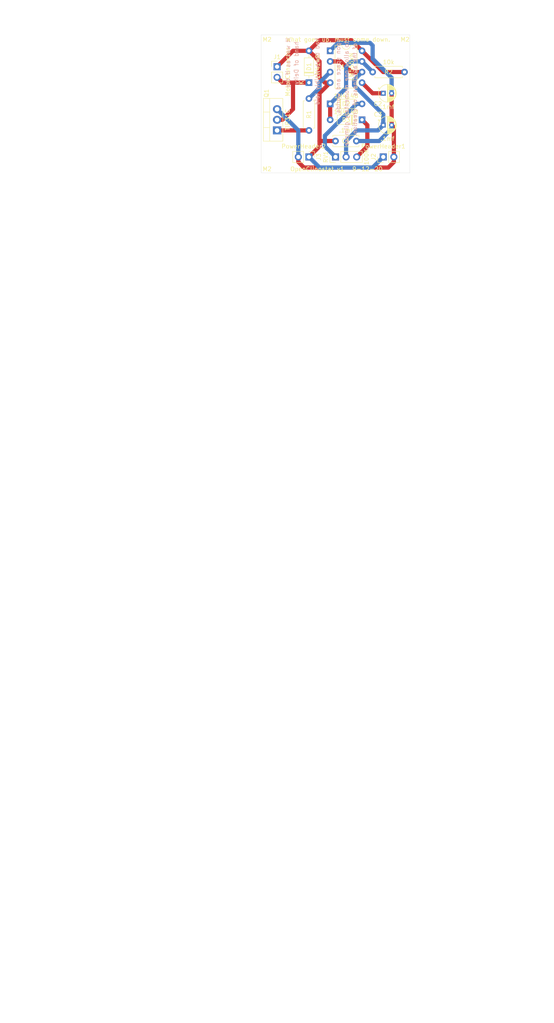
<source format=kicad_pcb>
(kicad_pcb (version 20171130) (host pcbnew "(5.1.6)-1")

  (general
    (thickness 1.6)
    (drawings 22)
    (tracks 75)
    (zones 0)
    (modules 18)
    (nets 11)
  )

  (page A4)
  (layers
    (0 F.Cu signal)
    (31 B.Cu signal)
    (32 B.Adhes user)
    (33 F.Adhes user)
    (34 B.Paste user)
    (35 F.Paste user)
    (36 B.SilkS user)
    (37 F.SilkS user)
    (38 B.Mask user)
    (39 F.Mask user)
    (40 Dwgs.User user)
    (41 Cmts.User user)
    (42 Eco1.User user)
    (43 Eco2.User user)
    (44 Edge.Cuts user)
    (45 Margin user)
    (46 B.CrtYd user)
    (47 F.CrtYd user)
    (48 B.Fab user)
    (49 F.Fab user)
  )

  (setup
    (last_trace_width 0.25)
    (user_trace_width 0.35)
    (user_trace_width 0.45)
    (user_trace_width 1)
    (trace_clearance 0.2)
    (zone_clearance 0.508)
    (zone_45_only no)
    (trace_min 0.2)
    (via_size 0.8)
    (via_drill 0.4)
    (via_min_size 0.4)
    (via_min_drill 0.3)
    (uvia_size 0.3)
    (uvia_drill 0.1)
    (uvias_allowed no)
    (uvia_min_size 0.2)
    (uvia_min_drill 0.1)
    (edge_width 0.05)
    (segment_width 0.2)
    (pcb_text_width 0.3)
    (pcb_text_size 1.5 1.5)
    (mod_edge_width 0.12)
    (mod_text_size 1 1)
    (mod_text_width 0.15)
    (pad_size 1.524 1.524)
    (pad_drill 0.762)
    (pad_to_mask_clearance 0.05)
    (aux_axis_origin 0 0)
    (visible_elements 7FFFFFFF)
    (pcbplotparams
      (layerselection 0x010fc_ffffffff)
      (usegerberextensions false)
      (usegerberattributes true)
      (usegerberadvancedattributes true)
      (creategerberjobfile true)
      (excludeedgelayer true)
      (linewidth 0.100000)
      (plotframeref false)
      (viasonmask false)
      (mode 1)
      (useauxorigin false)
      (hpglpennumber 1)
      (hpglpenspeed 20)
      (hpglpendiameter 15.000000)
      (psnegative false)
      (psa4output false)
      (plotreference true)
      (plotvalue true)
      (plotinvisibletext false)
      (padsonsilk false)
      (subtractmaskfromsilk false)
      (outputformat 1)
      (mirror false)
      (drillshape 0)
      (scaleselection 1)
      (outputdirectory "generatedfiles/"))
  )

  (net 0 "")
  (net 1 "Net-(C1-Pad1)")
  (net 2 "Net-(C1-Pad2)")
  (net 3 "Net-(C2-Pad1)")
  (net 4 "Net-(C3-Pad1)")
  (net 5 "Net-(D1-Pad1)")
  (net 6 "Net-(D2-Pad1)")
  (net 7 "Net-(D2-Pad2)")
  (net 8 "Net-(D3-Pad1)")
  (net 9 "Net-(Q1-Pad1)")
  (net 10 "Net-(R1-Pad2)")

  (net_class Default "This is the default net class."
    (clearance 0.2)
    (trace_width 0.25)
    (via_dia 0.8)
    (via_drill 0.4)
    (uvia_dia 0.3)
    (uvia_drill 0.1)
    (add_net "Net-(C1-Pad1)")
    (add_net "Net-(C1-Pad2)")
    (add_net "Net-(C2-Pad1)")
    (add_net "Net-(C3-Pad1)")
    (add_net "Net-(D1-Pad1)")
    (add_net "Net-(D2-Pad1)")
    (add_net "Net-(D2-Pad2)")
    (add_net "Net-(D3-Pad1)")
    (add_net "Net-(Q1-Pad1)")
    (add_net "Net-(R1-Pad2)")
  )

  (module MountingHole:MountingHole_2.2mm_M2 (layer F.Cu) (tedit 56D1B4CB) (tstamp 5F68AAFC)
    (at 199 118)
    (descr "Mounting Hole 2.2mm, no annular, M2")
    (tags "mounting hole 2.2mm no annular m2")
    (attr virtual)
    (fp_text reference M2 (at -2 3) (layer F.SilkS)
      (effects (font (size 1 1) (thickness 0.15)))
    )
    (fp_text value 1 (at -2 -3 90) (layer F.Fab)
      (effects (font (size 1 1) (thickness 0.15)))
    )
    (fp_circle (center 0 0) (end 2.45 0) (layer F.CrtYd) (width 0.05))
    (fp_circle (center 0 0) (end 2.2 0) (layer Cmts.User) (width 0.15))
    (fp_text user %R (at 0.3 0) (layer F.Fab)
      (effects (font (size 1 1) (thickness 0.15)))
    )
    (pad 1 np_thru_hole circle (at 0 0) (size 2.2 2.2) (drill 2.2) (layers *.Cu *.Mask))
  )

  (module MountingHole:MountingHole_2.2mm_M2 (layer F.Cu) (tedit 56D1B4CB) (tstamp 5F68AADF)
    (at 228 92)
    (descr "Mounting Hole 2.2mm, no annular, M2")
    (tags "mounting hole 2.2mm no annular m2")
    (attr virtual)
    (fp_text reference M2 (at 2 -2) (layer F.SilkS)
      (effects (font (size 1 1) (thickness 0.15)))
    )
    (fp_text value 2 (at 2 3.2) (layer F.Fab)
      (effects (font (size 1 1) (thickness 0.15)))
    )
    (fp_circle (center 0 0) (end 2.45 0) (layer F.CrtYd) (width 0.05))
    (fp_circle (center 0 0) (end 2.2 0) (layer Cmts.User) (width 0.15))
    (fp_text user %R (at 0.3 0) (layer F.Fab)
      (effects (font (size 1 1) (thickness 0.15)))
    )
    (pad 1 np_thru_hole circle (at 0 0) (size 2.2 2.2) (drill 2.2) (layers *.Cu *.Mask))
  )

  (module MountingHole:MountingHole_2.2mm_M2 (layer F.Cu) (tedit 56D1B4CB) (tstamp 5F68AAC2)
    (at 199 92)
    (descr "Mounting Hole 2.2mm, no annular, M2")
    (tags "mounting hole 2.2mm no annular m2")
    (attr virtual)
    (fp_text reference M2 (at -2 -2) (layer F.SilkS)
      (effects (font (size 1 1) (thickness 0.15)))
    )
    (fp_text value 3 (at -2 3.2) (layer F.Fab)
      (effects (font (size 1 1) (thickness 0.15)))
    )
    (fp_circle (center 0 0) (end 2.45 0) (layer F.CrtYd) (width 0.05))
    (fp_circle (center 0 0) (end 2.2 0) (layer Cmts.User) (width 0.15))
    (fp_text user %R (at 0.3 0) (layer F.Fab)
      (effects (font (size 1 1) (thickness 0.15)))
    )
    (pad 1 np_thru_hole circle (at 0 0) (size 2.2 2.2) (drill 2.2) (layers *.Cu *.Mask))
  )

  (module "" (layer F.Cu) (tedit 0) (tstamp 0)
    (at 133.35 157.48)
    (fp_text reference "" (at 132.08 167.64) (layer F.SilkS)
      (effects (font (size 1.27 1.27) (thickness 0.15)))
    )
    (fp_text value "" (at 132.08 167.64) (layer F.SilkS)
      (effects (font (size 1.27 1.27) (thickness 0.15)))
    )
  )

  (module Capacitor_THT:C_Disc_D6.0mm_W2.5mm_P5.00mm (layer F.Cu) (tedit 5AE50EF0) (tstamp 5F5B0F60)
    (at 213.36 114.3)
    (descr "C, Disc series, Radial, pin pitch=5.00mm, , diameter*width=6*2.5mm^2, Capacitor, http://cdn-reichelt.de/documents/datenblatt/B300/DS_KERKO_TC.pdf")
    (tags "C Disc series Radial pin pitch 5.00mm  diameter 6mm width 2.5mm Capacitor")
    (path /5F5A735E)
    (fp_text reference C1 (at 2.5 0) (layer F.SilkS)
      (effects (font (size 1 1) (thickness 0.15)))
    )
    (fp_text value .1mf (at 2.5 -2.54) (layer F.SilkS)
      (effects (font (size 1 1) (thickness 0.15)))
    )
    (fp_line (start 6.05 -1.5) (end -1.05 -1.5) (layer F.CrtYd) (width 0.05))
    (fp_line (start 6.05 1.5) (end 6.05 -1.5) (layer F.CrtYd) (width 0.05))
    (fp_line (start -1.05 1.5) (end 6.05 1.5) (layer F.CrtYd) (width 0.05))
    (fp_line (start -1.05 -1.5) (end -1.05 1.5) (layer F.CrtYd) (width 0.05))
    (fp_line (start 5.62 0.925) (end 5.62 1.37) (layer F.SilkS) (width 0.12))
    (fp_line (start 5.62 -1.37) (end 5.62 -0.925) (layer F.SilkS) (width 0.12))
    (fp_line (start -0.62 0.925) (end -0.62 1.37) (layer F.SilkS) (width 0.12))
    (fp_line (start -0.62 -1.37) (end -0.62 -0.925) (layer F.SilkS) (width 0.12))
    (fp_line (start -0.62 1.37) (end 5.62 1.37) (layer F.SilkS) (width 0.12))
    (fp_line (start -0.62 -1.37) (end 5.62 -1.37) (layer F.SilkS) (width 0.12))
    (fp_line (start 5.5 -1.25) (end -0.5 -1.25) (layer F.Fab) (width 0.1))
    (fp_line (start 5.5 1.25) (end 5.5 -1.25) (layer F.Fab) (width 0.1))
    (fp_line (start -0.5 1.25) (end 5.5 1.25) (layer F.Fab) (width 0.1))
    (fp_line (start -0.5 -1.25) (end -0.5 1.25) (layer F.Fab) (width 0.1))
    (fp_text user %R (at 2.5 0) (layer F.Fab)
      (effects (font (size 1 1) (thickness 0.15)))
    )
    (pad 1 thru_hole circle (at 0 0) (size 1.6 1.6) (drill 0.8) (layers *.Cu *.Mask)
      (net 1 "Net-(C1-Pad1)"))
    (pad 2 thru_hole circle (at 5 0) (size 1.6 1.6) (drill 0.8) (layers *.Cu *.Mask)
      (net 2 "Net-(C1-Pad2)"))
    (model ${KISYS3DMOD}/Capacitor_THT.3dshapes/C_Disc_D6.0mm_W2.5mm_P5.00mm.wrl
      (at (xyz 0 0 0))
      (scale (xyz 1 1 1))
      (rotate (xyz 0 0 0))
    )
  )

  (module Capacitor_THT:CP_Radial_D4.0mm_P2.00mm (layer F.Cu) (tedit 5AE50EF0) (tstamp 5F5B0FCC)
    (at 224.79 102.87)
    (descr "CP, Radial series, Radial, pin pitch=2.00mm, , diameter=4mm, Electrolytic Capacitor")
    (tags "CP Radial series Radial pin pitch 2.00mm  diameter 4mm Electrolytic Capacitor")
    (path /5F5A8FC5)
    (fp_text reference C2 (at -1.27 2.54) (layer F.SilkS)
      (effects (font (size 1 1) (thickness 0.15)))
    )
    (fp_text value .1mf (at 1 3.25) (layer F.SilkS)
      (effects (font (size 1 1) (thickness 0.15)))
    )
    (fp_circle (center 1 0) (end 3 0) (layer F.Fab) (width 0.1))
    (fp_circle (center 1 0) (end 3.12 0) (layer F.SilkS) (width 0.12))
    (fp_circle (center 1 0) (end 3.25 0) (layer F.CrtYd) (width 0.05))
    (fp_line (start -0.702554 -0.8675) (end -0.302554 -0.8675) (layer F.Fab) (width 0.1))
    (fp_line (start -0.502554 -1.0675) (end -0.502554 -0.6675) (layer F.Fab) (width 0.1))
    (fp_line (start 1 -2.08) (end 1 2.08) (layer F.SilkS) (width 0.12))
    (fp_line (start 1.04 -2.08) (end 1.04 2.08) (layer F.SilkS) (width 0.12))
    (fp_line (start 1.08 -2.079) (end 1.08 2.079) (layer F.SilkS) (width 0.12))
    (fp_line (start 1.12 -2.077) (end 1.12 2.077) (layer F.SilkS) (width 0.12))
    (fp_line (start 1.16 -2.074) (end 1.16 2.074) (layer F.SilkS) (width 0.12))
    (fp_line (start 1.2 -2.071) (end 1.2 -0.84) (layer F.SilkS) (width 0.12))
    (fp_line (start 1.2 0.84) (end 1.2 2.071) (layer F.SilkS) (width 0.12))
    (fp_line (start 1.24 -2.067) (end 1.24 -0.84) (layer F.SilkS) (width 0.12))
    (fp_line (start 1.24 0.84) (end 1.24 2.067) (layer F.SilkS) (width 0.12))
    (fp_line (start 1.28 -2.062) (end 1.28 -0.84) (layer F.SilkS) (width 0.12))
    (fp_line (start 1.28 0.84) (end 1.28 2.062) (layer F.SilkS) (width 0.12))
    (fp_line (start 1.32 -2.056) (end 1.32 -0.84) (layer F.SilkS) (width 0.12))
    (fp_line (start 1.32 0.84) (end 1.32 2.056) (layer F.SilkS) (width 0.12))
    (fp_line (start 1.36 -2.05) (end 1.36 -0.84) (layer F.SilkS) (width 0.12))
    (fp_line (start 1.36 0.84) (end 1.36 2.05) (layer F.SilkS) (width 0.12))
    (fp_line (start 1.4 -2.042) (end 1.4 -0.84) (layer F.SilkS) (width 0.12))
    (fp_line (start 1.4 0.84) (end 1.4 2.042) (layer F.SilkS) (width 0.12))
    (fp_line (start 1.44 -2.034) (end 1.44 -0.84) (layer F.SilkS) (width 0.12))
    (fp_line (start 1.44 0.84) (end 1.44 2.034) (layer F.SilkS) (width 0.12))
    (fp_line (start 1.48 -2.025) (end 1.48 -0.84) (layer F.SilkS) (width 0.12))
    (fp_line (start 1.48 0.84) (end 1.48 2.025) (layer F.SilkS) (width 0.12))
    (fp_line (start 1.52 -2.016) (end 1.52 -0.84) (layer F.SilkS) (width 0.12))
    (fp_line (start 1.52 0.84) (end 1.52 2.016) (layer F.SilkS) (width 0.12))
    (fp_line (start 1.56 -2.005) (end 1.56 -0.84) (layer F.SilkS) (width 0.12))
    (fp_line (start 1.56 0.84) (end 1.56 2.005) (layer F.SilkS) (width 0.12))
    (fp_line (start 1.6 -1.994) (end 1.6 -0.84) (layer F.SilkS) (width 0.12))
    (fp_line (start 1.6 0.84) (end 1.6 1.994) (layer F.SilkS) (width 0.12))
    (fp_line (start 1.64 -1.982) (end 1.64 -0.84) (layer F.SilkS) (width 0.12))
    (fp_line (start 1.64 0.84) (end 1.64 1.982) (layer F.SilkS) (width 0.12))
    (fp_line (start 1.68 -1.968) (end 1.68 -0.84) (layer F.SilkS) (width 0.12))
    (fp_line (start 1.68 0.84) (end 1.68 1.968) (layer F.SilkS) (width 0.12))
    (fp_line (start 1.721 -1.954) (end 1.721 -0.84) (layer F.SilkS) (width 0.12))
    (fp_line (start 1.721 0.84) (end 1.721 1.954) (layer F.SilkS) (width 0.12))
    (fp_line (start 1.761 -1.94) (end 1.761 -0.84) (layer F.SilkS) (width 0.12))
    (fp_line (start 1.761 0.84) (end 1.761 1.94) (layer F.SilkS) (width 0.12))
    (fp_line (start 1.801 -1.924) (end 1.801 -0.84) (layer F.SilkS) (width 0.12))
    (fp_line (start 1.801 0.84) (end 1.801 1.924) (layer F.SilkS) (width 0.12))
    (fp_line (start 1.841 -1.907) (end 1.841 -0.84) (layer F.SilkS) (width 0.12))
    (fp_line (start 1.841 0.84) (end 1.841 1.907) (layer F.SilkS) (width 0.12))
    (fp_line (start 1.881 -1.889) (end 1.881 -0.84) (layer F.SilkS) (width 0.12))
    (fp_line (start 1.881 0.84) (end 1.881 1.889) (layer F.SilkS) (width 0.12))
    (fp_line (start 1.921 -1.87) (end 1.921 -0.84) (layer F.SilkS) (width 0.12))
    (fp_line (start 1.921 0.84) (end 1.921 1.87) (layer F.SilkS) (width 0.12))
    (fp_line (start 1.961 -1.851) (end 1.961 -0.84) (layer F.SilkS) (width 0.12))
    (fp_line (start 1.961 0.84) (end 1.961 1.851) (layer F.SilkS) (width 0.12))
    (fp_line (start 2.001 -1.83) (end 2.001 -0.84) (layer F.SilkS) (width 0.12))
    (fp_line (start 2.001 0.84) (end 2.001 1.83) (layer F.SilkS) (width 0.12))
    (fp_line (start 2.041 -1.808) (end 2.041 -0.84) (layer F.SilkS) (width 0.12))
    (fp_line (start 2.041 0.84) (end 2.041 1.808) (layer F.SilkS) (width 0.12))
    (fp_line (start 2.081 -1.785) (end 2.081 -0.84) (layer F.SilkS) (width 0.12))
    (fp_line (start 2.081 0.84) (end 2.081 1.785) (layer F.SilkS) (width 0.12))
    (fp_line (start 2.121 -1.76) (end 2.121 -0.84) (layer F.SilkS) (width 0.12))
    (fp_line (start 2.121 0.84) (end 2.121 1.76) (layer F.SilkS) (width 0.12))
    (fp_line (start 2.161 -1.735) (end 2.161 -0.84) (layer F.SilkS) (width 0.12))
    (fp_line (start 2.161 0.84) (end 2.161 1.735) (layer F.SilkS) (width 0.12))
    (fp_line (start 2.201 -1.708) (end 2.201 -0.84) (layer F.SilkS) (width 0.12))
    (fp_line (start 2.201 0.84) (end 2.201 1.708) (layer F.SilkS) (width 0.12))
    (fp_line (start 2.241 -1.68) (end 2.241 -0.84) (layer F.SilkS) (width 0.12))
    (fp_line (start 2.241 0.84) (end 2.241 1.68) (layer F.SilkS) (width 0.12))
    (fp_line (start 2.281 -1.65) (end 2.281 -0.84) (layer F.SilkS) (width 0.12))
    (fp_line (start 2.281 0.84) (end 2.281 1.65) (layer F.SilkS) (width 0.12))
    (fp_line (start 2.321 -1.619) (end 2.321 -0.84) (layer F.SilkS) (width 0.12))
    (fp_line (start 2.321 0.84) (end 2.321 1.619) (layer F.SilkS) (width 0.12))
    (fp_line (start 2.361 -1.587) (end 2.361 -0.84) (layer F.SilkS) (width 0.12))
    (fp_line (start 2.361 0.84) (end 2.361 1.587) (layer F.SilkS) (width 0.12))
    (fp_line (start 2.401 -1.552) (end 2.401 -0.84) (layer F.SilkS) (width 0.12))
    (fp_line (start 2.401 0.84) (end 2.401 1.552) (layer F.SilkS) (width 0.12))
    (fp_line (start 2.441 -1.516) (end 2.441 -0.84) (layer F.SilkS) (width 0.12))
    (fp_line (start 2.441 0.84) (end 2.441 1.516) (layer F.SilkS) (width 0.12))
    (fp_line (start 2.481 -1.478) (end 2.481 -0.84) (layer F.SilkS) (width 0.12))
    (fp_line (start 2.481 0.84) (end 2.481 1.478) (layer F.SilkS) (width 0.12))
    (fp_line (start 2.521 -1.438) (end 2.521 -0.84) (layer F.SilkS) (width 0.12))
    (fp_line (start 2.521 0.84) (end 2.521 1.438) (layer F.SilkS) (width 0.12))
    (fp_line (start 2.561 -1.396) (end 2.561 -0.84) (layer F.SilkS) (width 0.12))
    (fp_line (start 2.561 0.84) (end 2.561 1.396) (layer F.SilkS) (width 0.12))
    (fp_line (start 2.601 -1.351) (end 2.601 -0.84) (layer F.SilkS) (width 0.12))
    (fp_line (start 2.601 0.84) (end 2.601 1.351) (layer F.SilkS) (width 0.12))
    (fp_line (start 2.641 -1.304) (end 2.641 -0.84) (layer F.SilkS) (width 0.12))
    (fp_line (start 2.641 0.84) (end 2.641 1.304) (layer F.SilkS) (width 0.12))
    (fp_line (start 2.681 -1.254) (end 2.681 -0.84) (layer F.SilkS) (width 0.12))
    (fp_line (start 2.681 0.84) (end 2.681 1.254) (layer F.SilkS) (width 0.12))
    (fp_line (start 2.721 -1.2) (end 2.721 -0.84) (layer F.SilkS) (width 0.12))
    (fp_line (start 2.721 0.84) (end 2.721 1.2) (layer F.SilkS) (width 0.12))
    (fp_line (start 2.761 -1.142) (end 2.761 -0.84) (layer F.SilkS) (width 0.12))
    (fp_line (start 2.761 0.84) (end 2.761 1.142) (layer F.SilkS) (width 0.12))
    (fp_line (start 2.801 -1.08) (end 2.801 -0.84) (layer F.SilkS) (width 0.12))
    (fp_line (start 2.801 0.84) (end 2.801 1.08) (layer F.SilkS) (width 0.12))
    (fp_line (start 2.841 -1.013) (end 2.841 1.013) (layer F.SilkS) (width 0.12))
    (fp_line (start 2.881 -0.94) (end 2.881 0.94) (layer F.SilkS) (width 0.12))
    (fp_line (start 2.921 -0.859) (end 2.921 0.859) (layer F.SilkS) (width 0.12))
    (fp_line (start 2.961 -0.768) (end 2.961 0.768) (layer F.SilkS) (width 0.12))
    (fp_line (start 3.001 -0.664) (end 3.001 0.664) (layer F.SilkS) (width 0.12))
    (fp_line (start 3.041 -0.537) (end 3.041 0.537) (layer F.SilkS) (width 0.12))
    (fp_line (start 3.081 -0.37) (end 3.081 0.37) (layer F.SilkS) (width 0.12))
    (fp_line (start -1.269801 -1.195) (end -0.869801 -1.195) (layer F.SilkS) (width 0.12))
    (fp_line (start -1.069801 -1.395) (end -1.069801 -0.995) (layer F.SilkS) (width 0.12))
    (fp_text user %R (at 1 0) (layer F.Fab)
      (effects (font (size 0.8 0.8) (thickness 0.12)))
    )
    (pad 2 thru_hole circle (at 2 0) (size 1.2 1.2) (drill 0.6) (layers *.Cu *.Mask)
      (net 2 "Net-(C1-Pad2)"))
    (pad 1 thru_hole rect (at 0 0) (size 1.2 1.2) (drill 0.6) (layers *.Cu *.Mask)
      (net 3 "Net-(C2-Pad1)"))
    (model ${KISYS3DMOD}/Capacitor_THT.3dshapes/CP_Radial_D4.0mm_P2.00mm.wrl
      (at (xyz 0 0 0))
      (scale (xyz 1 1 1))
      (rotate (xyz 0 0 0))
    )
  )

  (module Capacitor_THT:CP_Radial_D4.0mm_P2.00mm (layer F.Cu) (tedit 5AE50EF0) (tstamp 5F5B1038)
    (at 224.79 110.49)
    (descr "CP, Radial series, Radial, pin pitch=2.00mm, , diameter=4mm, Electrolytic Capacitor")
    (tags "CP Radial series Radial pin pitch 2.00mm  diameter 4mm Electrolytic Capacitor")
    (path /5F5A7E96)
    (fp_text reference C3 (at -1.27 -2.54) (layer F.SilkS)
      (effects (font (size 1 1) (thickness 0.15)))
    )
    (fp_text value .1mf (at 1 3.25) (layer F.SilkS)
      (effects (font (size 1 1) (thickness 0.15)))
    )
    (fp_line (start -1.069801 -1.395) (end -1.069801 -0.995) (layer F.SilkS) (width 0.12))
    (fp_line (start -1.269801 -1.195) (end -0.869801 -1.195) (layer F.SilkS) (width 0.12))
    (fp_line (start 3.081 -0.37) (end 3.081 0.37) (layer F.SilkS) (width 0.12))
    (fp_line (start 3.041 -0.537) (end 3.041 0.537) (layer F.SilkS) (width 0.12))
    (fp_line (start 3.001 -0.664) (end 3.001 0.664) (layer F.SilkS) (width 0.12))
    (fp_line (start 2.961 -0.768) (end 2.961 0.768) (layer F.SilkS) (width 0.12))
    (fp_line (start 2.921 -0.859) (end 2.921 0.859) (layer F.SilkS) (width 0.12))
    (fp_line (start 2.881 -0.94) (end 2.881 0.94) (layer F.SilkS) (width 0.12))
    (fp_line (start 2.841 -1.013) (end 2.841 1.013) (layer F.SilkS) (width 0.12))
    (fp_line (start 2.801 0.84) (end 2.801 1.08) (layer F.SilkS) (width 0.12))
    (fp_line (start 2.801 -1.08) (end 2.801 -0.84) (layer F.SilkS) (width 0.12))
    (fp_line (start 2.761 0.84) (end 2.761 1.142) (layer F.SilkS) (width 0.12))
    (fp_line (start 2.761 -1.142) (end 2.761 -0.84) (layer F.SilkS) (width 0.12))
    (fp_line (start 2.721 0.84) (end 2.721 1.2) (layer F.SilkS) (width 0.12))
    (fp_line (start 2.721 -1.2) (end 2.721 -0.84) (layer F.SilkS) (width 0.12))
    (fp_line (start 2.681 0.84) (end 2.681 1.254) (layer F.SilkS) (width 0.12))
    (fp_line (start 2.681 -1.254) (end 2.681 -0.84) (layer F.SilkS) (width 0.12))
    (fp_line (start 2.641 0.84) (end 2.641 1.304) (layer F.SilkS) (width 0.12))
    (fp_line (start 2.641 -1.304) (end 2.641 -0.84) (layer F.SilkS) (width 0.12))
    (fp_line (start 2.601 0.84) (end 2.601 1.351) (layer F.SilkS) (width 0.12))
    (fp_line (start 2.601 -1.351) (end 2.601 -0.84) (layer F.SilkS) (width 0.12))
    (fp_line (start 2.561 0.84) (end 2.561 1.396) (layer F.SilkS) (width 0.12))
    (fp_line (start 2.561 -1.396) (end 2.561 -0.84) (layer F.SilkS) (width 0.12))
    (fp_line (start 2.521 0.84) (end 2.521 1.438) (layer F.SilkS) (width 0.12))
    (fp_line (start 2.521 -1.438) (end 2.521 -0.84) (layer F.SilkS) (width 0.12))
    (fp_line (start 2.481 0.84) (end 2.481 1.478) (layer F.SilkS) (width 0.12))
    (fp_line (start 2.481 -1.478) (end 2.481 -0.84) (layer F.SilkS) (width 0.12))
    (fp_line (start 2.441 0.84) (end 2.441 1.516) (layer F.SilkS) (width 0.12))
    (fp_line (start 2.441 -1.516) (end 2.441 -0.84) (layer F.SilkS) (width 0.12))
    (fp_line (start 2.401 0.84) (end 2.401 1.552) (layer F.SilkS) (width 0.12))
    (fp_line (start 2.401 -1.552) (end 2.401 -0.84) (layer F.SilkS) (width 0.12))
    (fp_line (start 2.361 0.84) (end 2.361 1.587) (layer F.SilkS) (width 0.12))
    (fp_line (start 2.361 -1.587) (end 2.361 -0.84) (layer F.SilkS) (width 0.12))
    (fp_line (start 2.321 0.84) (end 2.321 1.619) (layer F.SilkS) (width 0.12))
    (fp_line (start 2.321 -1.619) (end 2.321 -0.84) (layer F.SilkS) (width 0.12))
    (fp_line (start 2.281 0.84) (end 2.281 1.65) (layer F.SilkS) (width 0.12))
    (fp_line (start 2.281 -1.65) (end 2.281 -0.84) (layer F.SilkS) (width 0.12))
    (fp_line (start 2.241 0.84) (end 2.241 1.68) (layer F.SilkS) (width 0.12))
    (fp_line (start 2.241 -1.68) (end 2.241 -0.84) (layer F.SilkS) (width 0.12))
    (fp_line (start 2.201 0.84) (end 2.201 1.708) (layer F.SilkS) (width 0.12))
    (fp_line (start 2.201 -1.708) (end 2.201 -0.84) (layer F.SilkS) (width 0.12))
    (fp_line (start 2.161 0.84) (end 2.161 1.735) (layer F.SilkS) (width 0.12))
    (fp_line (start 2.161 -1.735) (end 2.161 -0.84) (layer F.SilkS) (width 0.12))
    (fp_line (start 2.121 0.84) (end 2.121 1.76) (layer F.SilkS) (width 0.12))
    (fp_line (start 2.121 -1.76) (end 2.121 -0.84) (layer F.SilkS) (width 0.12))
    (fp_line (start 2.081 0.84) (end 2.081 1.785) (layer F.SilkS) (width 0.12))
    (fp_line (start 2.081 -1.785) (end 2.081 -0.84) (layer F.SilkS) (width 0.12))
    (fp_line (start 2.041 0.84) (end 2.041 1.808) (layer F.SilkS) (width 0.12))
    (fp_line (start 2.041 -1.808) (end 2.041 -0.84) (layer F.SilkS) (width 0.12))
    (fp_line (start 2.001 0.84) (end 2.001 1.83) (layer F.SilkS) (width 0.12))
    (fp_line (start 2.001 -1.83) (end 2.001 -0.84) (layer F.SilkS) (width 0.12))
    (fp_line (start 1.961 0.84) (end 1.961 1.851) (layer F.SilkS) (width 0.12))
    (fp_line (start 1.961 -1.851) (end 1.961 -0.84) (layer F.SilkS) (width 0.12))
    (fp_line (start 1.921 0.84) (end 1.921 1.87) (layer F.SilkS) (width 0.12))
    (fp_line (start 1.921 -1.87) (end 1.921 -0.84) (layer F.SilkS) (width 0.12))
    (fp_line (start 1.881 0.84) (end 1.881 1.889) (layer F.SilkS) (width 0.12))
    (fp_line (start 1.881 -1.889) (end 1.881 -0.84) (layer F.SilkS) (width 0.12))
    (fp_line (start 1.841 0.84) (end 1.841 1.907) (layer F.SilkS) (width 0.12))
    (fp_line (start 1.841 -1.907) (end 1.841 -0.84) (layer F.SilkS) (width 0.12))
    (fp_line (start 1.801 0.84) (end 1.801 1.924) (layer F.SilkS) (width 0.12))
    (fp_line (start 1.801 -1.924) (end 1.801 -0.84) (layer F.SilkS) (width 0.12))
    (fp_line (start 1.761 0.84) (end 1.761 1.94) (layer F.SilkS) (width 0.12))
    (fp_line (start 1.761 -1.94) (end 1.761 -0.84) (layer F.SilkS) (width 0.12))
    (fp_line (start 1.721 0.84) (end 1.721 1.954) (layer F.SilkS) (width 0.12))
    (fp_line (start 1.721 -1.954) (end 1.721 -0.84) (layer F.SilkS) (width 0.12))
    (fp_line (start 1.68 0.84) (end 1.68 1.968) (layer F.SilkS) (width 0.12))
    (fp_line (start 1.68 -1.968) (end 1.68 -0.84) (layer F.SilkS) (width 0.12))
    (fp_line (start 1.64 0.84) (end 1.64 1.982) (layer F.SilkS) (width 0.12))
    (fp_line (start 1.64 -1.982) (end 1.64 -0.84) (layer F.SilkS) (width 0.12))
    (fp_line (start 1.6 0.84) (end 1.6 1.994) (layer F.SilkS) (width 0.12))
    (fp_line (start 1.6 -1.994) (end 1.6 -0.84) (layer F.SilkS) (width 0.12))
    (fp_line (start 1.56 0.84) (end 1.56 2.005) (layer F.SilkS) (width 0.12))
    (fp_line (start 1.56 -2.005) (end 1.56 -0.84) (layer F.SilkS) (width 0.12))
    (fp_line (start 1.52 0.84) (end 1.52 2.016) (layer F.SilkS) (width 0.12))
    (fp_line (start 1.52 -2.016) (end 1.52 -0.84) (layer F.SilkS) (width 0.12))
    (fp_line (start 1.48 0.84) (end 1.48 2.025) (layer F.SilkS) (width 0.12))
    (fp_line (start 1.48 -2.025) (end 1.48 -0.84) (layer F.SilkS) (width 0.12))
    (fp_line (start 1.44 0.84) (end 1.44 2.034) (layer F.SilkS) (width 0.12))
    (fp_line (start 1.44 -2.034) (end 1.44 -0.84) (layer F.SilkS) (width 0.12))
    (fp_line (start 1.4 0.84) (end 1.4 2.042) (layer F.SilkS) (width 0.12))
    (fp_line (start 1.4 -2.042) (end 1.4 -0.84) (layer F.SilkS) (width 0.12))
    (fp_line (start 1.36 0.84) (end 1.36 2.05) (layer F.SilkS) (width 0.12))
    (fp_line (start 1.36 -2.05) (end 1.36 -0.84) (layer F.SilkS) (width 0.12))
    (fp_line (start 1.32 0.84) (end 1.32 2.056) (layer F.SilkS) (width 0.12))
    (fp_line (start 1.32 -2.056) (end 1.32 -0.84) (layer F.SilkS) (width 0.12))
    (fp_line (start 1.28 0.84) (end 1.28 2.062) (layer F.SilkS) (width 0.12))
    (fp_line (start 1.28 -2.062) (end 1.28 -0.84) (layer F.SilkS) (width 0.12))
    (fp_line (start 1.24 0.84) (end 1.24 2.067) (layer F.SilkS) (width 0.12))
    (fp_line (start 1.24 -2.067) (end 1.24 -0.84) (layer F.SilkS) (width 0.12))
    (fp_line (start 1.2 0.84) (end 1.2 2.071) (layer F.SilkS) (width 0.12))
    (fp_line (start 1.2 -2.071) (end 1.2 -0.84) (layer F.SilkS) (width 0.12))
    (fp_line (start 1.16 -2.074) (end 1.16 2.074) (layer F.SilkS) (width 0.12))
    (fp_line (start 1.12 -2.077) (end 1.12 2.077) (layer F.SilkS) (width 0.12))
    (fp_line (start 1.08 -2.079) (end 1.08 2.079) (layer F.SilkS) (width 0.12))
    (fp_line (start 1.04 -2.08) (end 1.04 2.08) (layer F.SilkS) (width 0.12))
    (fp_line (start 1 -2.08) (end 1 2.08) (layer F.SilkS) (width 0.12))
    (fp_line (start -0.502554 -1.0675) (end -0.502554 -0.6675) (layer F.Fab) (width 0.1))
    (fp_line (start -0.702554 -0.8675) (end -0.302554 -0.8675) (layer F.Fab) (width 0.1))
    (fp_circle (center 1 0) (end 3.25 0) (layer F.CrtYd) (width 0.05))
    (fp_circle (center 1 0) (end 3.12 0) (layer F.SilkS) (width 0.12))
    (fp_circle (center 1 0) (end 3 0) (layer F.Fab) (width 0.1))
    (fp_text user %R (at 1 0) (layer F.Fab)
      (effects (font (size 0.8 0.8) (thickness 0.12)))
    )
    (pad 1 thru_hole rect (at 0 0) (size 1.2 1.2) (drill 0.6) (layers *.Cu *.Mask)
      (net 4 "Net-(C3-Pad1)"))
    (pad 2 thru_hole circle (at 2 0) (size 1.2 1.2) (drill 0.6) (layers *.Cu *.Mask)
      (net 2 "Net-(C1-Pad2)"))
    (model ${KISYS3DMOD}/Capacitor_THT.3dshapes/CP_Radial_D4.0mm_P2.00mm.wrl
      (at (xyz 0 0 0))
      (scale (xyz 1 1 1))
      (rotate (xyz 0 0 0))
    )
  )

  (module Diode_THT:D_DO-35_SOD27_P7.62mm_Horizontal (layer F.Cu) (tedit 5AE50CD5) (tstamp 5F5B1057)
    (at 207.01 100.33 90)
    (descr "Diode, DO-35_SOD27 series, Axial, Horizontal, pin pitch=7.62mm, , length*diameter=4*2mm^2, , http://www.diodes.com/_files/packages/DO-35.pdf")
    (tags "Diode DO-35_SOD27 series Axial Horizontal pin pitch 7.62mm  length 4mm diameter 2mm")
    (path /5F5A566A)
    (fp_text reference D1 (at 3.81 0 90) (layer F.SilkS)
      (effects (font (size 1 1) (thickness 0.15)))
    )
    (fp_text value 1N4148 (at 3.81 2.12 90) (layer F.SilkS)
      (effects (font (size 1 1) (thickness 0.15)))
    )
    (fp_line (start 8.67 -1.25) (end -1.05 -1.25) (layer F.CrtYd) (width 0.05))
    (fp_line (start 8.67 1.25) (end 8.67 -1.25) (layer F.CrtYd) (width 0.05))
    (fp_line (start -1.05 1.25) (end 8.67 1.25) (layer F.CrtYd) (width 0.05))
    (fp_line (start -1.05 -1.25) (end -1.05 1.25) (layer F.CrtYd) (width 0.05))
    (fp_line (start 2.29 -1.12) (end 2.29 1.12) (layer F.SilkS) (width 0.12))
    (fp_line (start 2.53 -1.12) (end 2.53 1.12) (layer F.SilkS) (width 0.12))
    (fp_line (start 2.41 -1.12) (end 2.41 1.12) (layer F.SilkS) (width 0.12))
    (fp_line (start 6.58 0) (end 5.93 0) (layer F.SilkS) (width 0.12))
    (fp_line (start 1.04 0) (end 1.69 0) (layer F.SilkS) (width 0.12))
    (fp_line (start 5.93 -1.12) (end 1.69 -1.12) (layer F.SilkS) (width 0.12))
    (fp_line (start 5.93 1.12) (end 5.93 -1.12) (layer F.SilkS) (width 0.12))
    (fp_line (start 1.69 1.12) (end 5.93 1.12) (layer F.SilkS) (width 0.12))
    (fp_line (start 1.69 -1.12) (end 1.69 1.12) (layer F.SilkS) (width 0.12))
    (fp_line (start 2.31 -1) (end 2.31 1) (layer F.Fab) (width 0.1))
    (fp_line (start 2.51 -1) (end 2.51 1) (layer F.Fab) (width 0.1))
    (fp_line (start 2.41 -1) (end 2.41 1) (layer F.Fab) (width 0.1))
    (fp_line (start 7.62 0) (end 5.81 0) (layer F.Fab) (width 0.1))
    (fp_line (start 0 0) (end 1.81 0) (layer F.Fab) (width 0.1))
    (fp_line (start 5.81 -1) (end 1.81 -1) (layer F.Fab) (width 0.1))
    (fp_line (start 5.81 1) (end 5.81 -1) (layer F.Fab) (width 0.1))
    (fp_line (start 1.81 1) (end 5.81 1) (layer F.Fab) (width 0.1))
    (fp_line (start 1.81 -1) (end 1.81 1) (layer F.Fab) (width 0.1))
    (fp_text user %R (at 4.11 0 90) (layer F.Fab)
      (effects (font (size 0.8 0.8) (thickness 0.12)))
    )
    (fp_text user K (at 0 -1.8 90) (layer F.Fab)
      (effects (font (size 1 1) (thickness 0.15)))
    )
    (fp_text user K (at 0 -1.8 90) (layer F.SilkS)
      (effects (font (size 1 1) (thickness 0.15)))
    )
    (pad 1 thru_hole rect (at 0 0 90) (size 1.6 1.6) (drill 0.8) (layers *.Cu *.Mask)
      (net 5 "Net-(D1-Pad1)"))
    (pad 2 thru_hole oval (at 7.62 0 90) (size 1.6 1.6) (drill 0.8) (layers *.Cu *.Mask)
      (net 1 "Net-(C1-Pad1)"))
    (model ${KISYS3DMOD}/Diode_THT.3dshapes/D_DO-35_SOD27_P7.62mm_Horizontal.wrl
      (at (xyz 0 0 0))
      (scale (xyz 1 1 1))
      (rotate (xyz 0 0 0))
    )
  )

  (module Diode_THT:D_DO-35_SOD27_P7.62mm_Horizontal (layer F.Cu) (tedit 5AE50CD5) (tstamp 5F5B1076)
    (at 212.09 105.41)
    (descr "Diode, DO-35_SOD27 series, Axial, Horizontal, pin pitch=7.62mm, , length*diameter=4*2mm^2, , http://www.diodes.com/_files/packages/DO-35.pdf")
    (tags "Diode DO-35_SOD27 series Axial Horizontal pin pitch 7.62mm  length 4mm diameter 2mm")
    (path /5F5A5B1B)
    (fp_text reference D2 (at 3.81 0) (layer F.SilkS)
      (effects (font (size 1 1) (thickness 0.15)))
    )
    (fp_text value 1N4148 (at 3.81 -1.905) (layer F.SilkS)
      (effects (font (size 1 1) (thickness 0.15)))
    )
    (fp_line (start 8.67 -1.25) (end -1.05 -1.25) (layer F.CrtYd) (width 0.05))
    (fp_line (start 8.67 1.25) (end 8.67 -1.25) (layer F.CrtYd) (width 0.05))
    (fp_line (start -1.05 1.25) (end 8.67 1.25) (layer F.CrtYd) (width 0.05))
    (fp_line (start -1.05 -1.25) (end -1.05 1.25) (layer F.CrtYd) (width 0.05))
    (fp_line (start 2.29 -1.12) (end 2.29 1.12) (layer F.SilkS) (width 0.12))
    (fp_line (start 2.53 -1.12) (end 2.53 1.12) (layer F.SilkS) (width 0.12))
    (fp_line (start 2.41 -1.12) (end 2.41 1.12) (layer F.SilkS) (width 0.12))
    (fp_line (start 6.58 0) (end 5.93 0) (layer F.SilkS) (width 0.12))
    (fp_line (start 1.04 0) (end 1.69 0) (layer F.SilkS) (width 0.12))
    (fp_line (start 5.93 -1.12) (end 1.69 -1.12) (layer F.SilkS) (width 0.12))
    (fp_line (start 5.93 1.12) (end 5.93 -1.12) (layer F.SilkS) (width 0.12))
    (fp_line (start 1.69 1.12) (end 5.93 1.12) (layer F.SilkS) (width 0.12))
    (fp_line (start 1.69 -1.12) (end 1.69 1.12) (layer F.SilkS) (width 0.12))
    (fp_line (start 2.31 -1) (end 2.31 1) (layer F.Fab) (width 0.1))
    (fp_line (start 2.51 -1) (end 2.51 1) (layer F.Fab) (width 0.1))
    (fp_line (start 2.41 -1) (end 2.41 1) (layer F.Fab) (width 0.1))
    (fp_line (start 7.62 0) (end 5.81 0) (layer F.Fab) (width 0.1))
    (fp_line (start 0 0) (end 1.81 0) (layer F.Fab) (width 0.1))
    (fp_line (start 5.81 -1) (end 1.81 -1) (layer F.Fab) (width 0.1))
    (fp_line (start 5.81 1) (end 5.81 -1) (layer F.Fab) (width 0.1))
    (fp_line (start 1.81 1) (end 5.81 1) (layer F.Fab) (width 0.1))
    (fp_line (start 1.81 -1) (end 1.81 1) (layer F.Fab) (width 0.1))
    (fp_text user %R (at 4.11 0) (layer F.Fab)
      (effects (font (size 0.8 0.8) (thickness 0.12)))
    )
    (pad 1 thru_hole rect (at 0 0) (size 1.6 1.6) (drill 0.8) (layers *.Cu *.Mask)
      (net 6 "Net-(D2-Pad1)"))
    (pad 2 thru_hole oval (at 7.62 0) (size 1.6 1.6) (drill 0.8) (layers *.Cu *.Mask)
      (net 7 "Net-(D2-Pad2)"))
    (model ${KISYS3DMOD}/Diode_THT.3dshapes/D_DO-35_SOD27_P7.62mm_Horizontal.wrl
      (at (xyz 0 0 0))
      (scale (xyz 1 1 1))
      (rotate (xyz 0 0 0))
    )
  )

  (module Diode_THT:D_DO-35_SOD27_P7.62mm_Horizontal (layer F.Cu) (tedit 5AE50CD5) (tstamp 5F5B1095)
    (at 219.71 109.22 180)
    (descr "Diode, DO-35_SOD27 series, Axial, Horizontal, pin pitch=7.62mm, , length*diameter=4*2mm^2, , http://www.diodes.com/_files/packages/DO-35.pdf")
    (tags "Diode DO-35_SOD27 series Axial Horizontal pin pitch 7.62mm  length 4mm diameter 2mm")
    (path /5F5A630E)
    (fp_text reference D3 (at 3.81 0) (layer F.SilkS)
      (effects (font (size 1 1) (thickness 0.15)))
    )
    (fp_text value 1N4148 (at 3.81 1.905) (layer F.SilkS)
      (effects (font (size 1 1) (thickness 0.15)))
    )
    (fp_line (start 1.81 -1) (end 1.81 1) (layer F.Fab) (width 0.1))
    (fp_line (start 1.81 1) (end 5.81 1) (layer F.Fab) (width 0.1))
    (fp_line (start 5.81 1) (end 5.81 -1) (layer F.Fab) (width 0.1))
    (fp_line (start 5.81 -1) (end 1.81 -1) (layer F.Fab) (width 0.1))
    (fp_line (start 0 0) (end 1.81 0) (layer F.Fab) (width 0.1))
    (fp_line (start 7.62 0) (end 5.81 0) (layer F.Fab) (width 0.1))
    (fp_line (start 2.41 -1) (end 2.41 1) (layer F.Fab) (width 0.1))
    (fp_line (start 2.51 -1) (end 2.51 1) (layer F.Fab) (width 0.1))
    (fp_line (start 2.31 -1) (end 2.31 1) (layer F.Fab) (width 0.1))
    (fp_line (start 1.69 -1.12) (end 1.69 1.12) (layer F.SilkS) (width 0.12))
    (fp_line (start 1.69 1.12) (end 5.93 1.12) (layer F.SilkS) (width 0.12))
    (fp_line (start 5.93 1.12) (end 5.93 -1.12) (layer F.SilkS) (width 0.12))
    (fp_line (start 5.93 -1.12) (end 1.69 -1.12) (layer F.SilkS) (width 0.12))
    (fp_line (start 1.04 0) (end 1.69 0) (layer F.SilkS) (width 0.12))
    (fp_line (start 6.58 0) (end 5.93 0) (layer F.SilkS) (width 0.12))
    (fp_line (start 2.41 -1.12) (end 2.41 1.12) (layer F.SilkS) (width 0.12))
    (fp_line (start 2.53 -1.12) (end 2.53 1.12) (layer F.SilkS) (width 0.12))
    (fp_line (start 2.29 -1.12) (end 2.29 1.12) (layer F.SilkS) (width 0.12))
    (fp_line (start -1.05 -1.25) (end -1.05 1.25) (layer F.CrtYd) (width 0.05))
    (fp_line (start -1.05 1.25) (end 8.67 1.25) (layer F.CrtYd) (width 0.05))
    (fp_line (start 8.67 1.25) (end 8.67 -1.25) (layer F.CrtYd) (width 0.05))
    (fp_line (start 8.67 -1.25) (end -1.05 -1.25) (layer F.CrtYd) (width 0.05))
    (fp_text user %R (at 4.11 0) (layer F.Fab)
      (effects (font (size 0.8 0.8) (thickness 0.12)))
    )
    (pad 2 thru_hole oval (at 7.62 0 180) (size 1.6 1.6) (drill 0.8) (layers *.Cu *.Mask)
      (net 6 "Net-(D2-Pad1)"))
    (pad 1 thru_hole rect (at 0 0 180) (size 1.6 1.6) (drill 0.8) (layers *.Cu *.Mask)
      (net 8 "Net-(D3-Pad1)"))
    (model ${KISYS3DMOD}/Diode_THT.3dshapes/D_DO-35_SOD27_P7.62mm_Horizontal.wrl
      (at (xyz 0 0 0))
      (scale (xyz 1 1 1))
      (rotate (xyz 0 0 0))
    )
  )

  (module Connector_PinHeader_2.54mm:PinHeader_1x02_P2.54mm_Vertical (layer F.Cu) (tedit 59FED5CC) (tstamp 5F5B10AB)
    (at 199.39 96.52)
    (descr "Through hole straight pin header, 1x02, 2.54mm pitch, single row")
    (tags "Through hole pin header THT 1x02 2.54mm single row")
    (path /5F5B6A46)
    (fp_text reference J1 (at 0 -2.33) (layer F.SilkS)
      (effects (font (size 1 1) (thickness 0.15)))
    )
    (fp_text value MotorConnector (at 2.54 1.27 90) (layer F.SilkS)
      (effects (font (size 1 1) (thickness 0.15)))
    )
    (fp_line (start 1.8 -1.8) (end -1.8 -1.8) (layer F.CrtYd) (width 0.05))
    (fp_line (start 1.8 4.35) (end 1.8 -1.8) (layer F.CrtYd) (width 0.05))
    (fp_line (start -1.8 4.35) (end 1.8 4.35) (layer F.CrtYd) (width 0.05))
    (fp_line (start -1.8 -1.8) (end -1.8 4.35) (layer F.CrtYd) (width 0.05))
    (fp_line (start -1.33 -1.33) (end 0 -1.33) (layer F.SilkS) (width 0.12))
    (fp_line (start -1.33 0) (end -1.33 -1.33) (layer F.SilkS) (width 0.12))
    (fp_line (start -1.33 1.27) (end 1.33 1.27) (layer F.SilkS) (width 0.12))
    (fp_line (start 1.33 1.27) (end 1.33 3.87) (layer F.SilkS) (width 0.12))
    (fp_line (start -1.33 1.27) (end -1.33 3.87) (layer F.SilkS) (width 0.12))
    (fp_line (start -1.33 3.87) (end 1.33 3.87) (layer F.SilkS) (width 0.12))
    (fp_line (start -1.27 -0.635) (end -0.635 -1.27) (layer F.Fab) (width 0.1))
    (fp_line (start -1.27 3.81) (end -1.27 -0.635) (layer F.Fab) (width 0.1))
    (fp_line (start 1.27 3.81) (end -1.27 3.81) (layer F.Fab) (width 0.1))
    (fp_line (start 1.27 -1.27) (end 1.27 3.81) (layer F.Fab) (width 0.1))
    (fp_line (start -0.635 -1.27) (end 1.27 -1.27) (layer F.Fab) (width 0.1))
    (fp_text user %R (at -2.39 1.27 90) (layer F.Fab)
      (effects (font (size 1 1) (thickness 0.15)))
    )
    (pad 1 thru_hole rect (at 0 0) (size 1.7 1.7) (drill 1) (layers *.Cu *.Mask)
      (net 1 "Net-(C1-Pad1)"))
    (pad 2 thru_hole oval (at 0 2.54) (size 1.7 1.7) (drill 1) (layers *.Cu *.Mask)
      (net 5 "Net-(D1-Pad1)"))
    (model ${KISYS3DMOD}/Connector_PinHeader_2.54mm.3dshapes/PinHeader_1x02_P2.54mm_Vertical.wrl
      (at (xyz 0 0 0))
      (scale (xyz 1 1 1))
      (rotate (xyz 0 0 0))
    )
  )

  (module Connector_PinHeader_2.54mm:PinHeader_1x02_P2.54mm_Vertical (layer F.Cu) (tedit 59FED5CC) (tstamp 5F5B10C1)
    (at 224.79 118.11 90)
    (descr "Through hole straight pin header, 1x02, 2.54mm pitch, single row")
    (tags "Through hole pin header THT 1x02 2.54mm single row")
    (path /5F5B04EB)
    (fp_text reference J2 (at 0 -2.33 90) (layer F.SilkS)
      (effects (font (size 1 1) (thickness 0.15)))
    )
    (fp_text value PowerHeader1 (at 2.54 0 180) (layer F.SilkS)
      (effects (font (size 1 1) (thickness 0.15)))
    )
    (fp_line (start 1.8 -1.8) (end -1.8 -1.8) (layer F.CrtYd) (width 0.05))
    (fp_line (start 1.8 4.35) (end 1.8 -1.8) (layer F.CrtYd) (width 0.05))
    (fp_line (start -1.8 4.35) (end 1.8 4.35) (layer F.CrtYd) (width 0.05))
    (fp_line (start -1.8 -1.8) (end -1.8 4.35) (layer F.CrtYd) (width 0.05))
    (fp_line (start -1.33 -1.33) (end 0 -1.33) (layer F.SilkS) (width 0.12))
    (fp_line (start -1.33 0) (end -1.33 -1.33) (layer F.SilkS) (width 0.12))
    (fp_line (start -1.33 1.27) (end 1.33 1.27) (layer F.SilkS) (width 0.12))
    (fp_line (start 1.33 1.27) (end 1.33 3.87) (layer F.SilkS) (width 0.12))
    (fp_line (start -1.33 1.27) (end -1.33 3.87) (layer F.SilkS) (width 0.12))
    (fp_line (start -1.33 3.87) (end 1.33 3.87) (layer F.SilkS) (width 0.12))
    (fp_line (start -1.27 -0.635) (end -0.635 -1.27) (layer F.Fab) (width 0.1))
    (fp_line (start -1.27 3.81) (end -1.27 -0.635) (layer F.Fab) (width 0.1))
    (fp_line (start 1.27 3.81) (end -1.27 3.81) (layer F.Fab) (width 0.1))
    (fp_line (start 1.27 -1.27) (end 1.27 3.81) (layer F.Fab) (width 0.1))
    (fp_line (start -0.635 -1.27) (end 1.27 -1.27) (layer F.Fab) (width 0.1))
    (fp_text user %R (at -2.89 -23.79) (layer F.Fab)
      (effects (font (size 1 1) (thickness 0.15)))
    )
    (pad 1 thru_hole rect (at 0 0 90) (size 1.7 1.7) (drill 1) (layers *.Cu *.Mask)
      (net 1 "Net-(C1-Pad1)"))
    (pad 2 thru_hole oval (at 0 2.54 90) (size 1.7 1.7) (drill 1) (layers *.Cu *.Mask)
      (net 2 "Net-(C1-Pad2)"))
    (model ${KISYS3DMOD}/Connector_PinHeader_2.54mm.3dshapes/PinHeader_1x02_P2.54mm_Vertical.wrl
      (at (xyz 0 0 0))
      (scale (xyz 1 1 1))
      (rotate (xyz 0 0 0))
    )
  )

  (module Connector_PinHeader_2.54mm:PinHeader_1x02_P2.54mm_Vertical (layer F.Cu) (tedit 59FED5CC) (tstamp 5F5B10D7)
    (at 207.01 118.11 270)
    (descr "Through hole straight pin header, 1x02, 2.54mm pitch, single row")
    (tags "Through hole pin header THT 1x02 2.54mm single row")
    (path /5F5B0B54)
    (fp_text reference J3 (at 0 -2.33 90) (layer F.SilkS)
      (effects (font (size 1 1) (thickness 0.15)))
    )
    (fp_text value PowerHeader2 (at -2.54 1.27 180) (layer F.SilkS)
      (effects (font (size 1 1) (thickness 0.15)))
    )
    (fp_line (start -0.635 -1.27) (end 1.27 -1.27) (layer F.Fab) (width 0.1))
    (fp_line (start 1.27 -1.27) (end 1.27 3.81) (layer F.Fab) (width 0.1))
    (fp_line (start 1.27 3.81) (end -1.27 3.81) (layer F.Fab) (width 0.1))
    (fp_line (start -1.27 3.81) (end -1.27 -0.635) (layer F.Fab) (width 0.1))
    (fp_line (start -1.27 -0.635) (end -0.635 -1.27) (layer F.Fab) (width 0.1))
    (fp_line (start -1.33 3.87) (end 1.33 3.87) (layer F.SilkS) (width 0.12))
    (fp_line (start -1.33 1.27) (end -1.33 3.87) (layer F.SilkS) (width 0.12))
    (fp_line (start 1.33 1.27) (end 1.33 3.87) (layer F.SilkS) (width 0.12))
    (fp_line (start -1.33 1.27) (end 1.33 1.27) (layer F.SilkS) (width 0.12))
    (fp_line (start -1.33 0) (end -1.33 -1.33) (layer F.SilkS) (width 0.12))
    (fp_line (start -1.33 -1.33) (end 0 -1.33) (layer F.SilkS) (width 0.12))
    (fp_line (start -1.8 -1.8) (end -1.8 4.35) (layer F.CrtYd) (width 0.05))
    (fp_line (start -1.8 4.35) (end 1.8 4.35) (layer F.CrtYd) (width 0.05))
    (fp_line (start 1.8 4.35) (end 1.8 -1.8) (layer F.CrtYd) (width 0.05))
    (fp_line (start 1.8 -1.8) (end -1.8 -1.8) (layer F.CrtYd) (width 0.05))
    (fp_text user %R (at 2.89 6.01) (layer F.Fab)
      (effects (font (size 1 1) (thickness 0.15)))
    )
    (pad 2 thru_hole oval (at 0 2.54 270) (size 1.7 1.7) (drill 1) (layers *.Cu *.Mask)
      (net 2 "Net-(C1-Pad2)"))
    (pad 1 thru_hole rect (at 0 0 270) (size 1.7 1.7) (drill 1) (layers *.Cu *.Mask)
      (net 1 "Net-(C1-Pad1)"))
    (model ${KISYS3DMOD}/Connector_PinHeader_2.54mm.3dshapes/PinHeader_1x02_P2.54mm_Vertical.wrl
      (at (xyz 0 0 0))
      (scale (xyz 1 1 1))
      (rotate (xyz 0 0 0))
    )
  )

  (module Package_TO_SOT_THT:TO-220-3_Vertical (layer F.Cu) (tedit 5AC8BA0D) (tstamp 5F5B10F1)
    (at 199.39 111.76 90)
    (descr "TO-220-3, Vertical, RM 2.54mm, see https://www.vishay.com/docs/66542/to-220-1.pdf")
    (tags "TO-220-3 Vertical RM 2.54mm")
    (path /5F5A9AB9)
    (fp_text reference Q1 (at 8.89 -2.54 90) (layer F.SilkS)
      (effects (font (size 1 1) (thickness 0.15)))
    )
    (fp_text value TIP31C (at 2.54 2.5 90) (layer F.SilkS)
      (effects (font (size 1 1) (thickness 0.15)))
    )
    (fp_line (start 7.79 -3.4) (end -2.71 -3.4) (layer F.CrtYd) (width 0.05))
    (fp_line (start 7.79 1.51) (end 7.79 -3.4) (layer F.CrtYd) (width 0.05))
    (fp_line (start -2.71 1.51) (end 7.79 1.51) (layer F.CrtYd) (width 0.05))
    (fp_line (start -2.71 -3.4) (end -2.71 1.51) (layer F.CrtYd) (width 0.05))
    (fp_line (start 4.391 -3.27) (end 4.391 -1.76) (layer F.SilkS) (width 0.12))
    (fp_line (start 0.69 -3.27) (end 0.69 -1.76) (layer F.SilkS) (width 0.12))
    (fp_line (start -2.58 -1.76) (end 7.66 -1.76) (layer F.SilkS) (width 0.12))
    (fp_line (start 7.66 -3.27) (end 7.66 1.371) (layer F.SilkS) (width 0.12))
    (fp_line (start -2.58 -3.27) (end -2.58 1.371) (layer F.SilkS) (width 0.12))
    (fp_line (start -2.58 1.371) (end 7.66 1.371) (layer F.SilkS) (width 0.12))
    (fp_line (start -2.58 -3.27) (end 7.66 -3.27) (layer F.SilkS) (width 0.12))
    (fp_line (start 4.39 -3.15) (end 4.39 -1.88) (layer F.Fab) (width 0.1))
    (fp_line (start 0.69 -3.15) (end 0.69 -1.88) (layer F.Fab) (width 0.1))
    (fp_line (start -2.46 -1.88) (end 7.54 -1.88) (layer F.Fab) (width 0.1))
    (fp_line (start 7.54 -3.15) (end -2.46 -3.15) (layer F.Fab) (width 0.1))
    (fp_line (start 7.54 1.25) (end 7.54 -3.15) (layer F.Fab) (width 0.1))
    (fp_line (start -2.46 1.25) (end 7.54 1.25) (layer F.Fab) (width 0.1))
    (fp_line (start -2.46 -3.15) (end -2.46 1.25) (layer F.Fab) (width 0.1))
    (fp_text user %R (at 8.89 -2.54 90) (layer F.Fab)
      (effects (font (size 1 1) (thickness 0.15)))
    )
    (pad 1 thru_hole rect (at 0 0 90) (size 1.905 2) (drill 1.1) (layers *.Cu *.Mask)
      (net 9 "Net-(Q1-Pad1)"))
    (pad 2 thru_hole oval (at 2.54 0 90) (size 1.905 2) (drill 1.1) (layers *.Cu *.Mask)
      (net 5 "Net-(D1-Pad1)"))
    (pad 3 thru_hole oval (at 5.08 0 90) (size 1.905 2) (drill 1.1) (layers *.Cu *.Mask)
      (net 2 "Net-(C1-Pad2)"))
    (model ${KISYS3DMOD}/Package_TO_SOT_THT.3dshapes/TO-220-3_Vertical.wrl
      (at (xyz 0 0 0))
      (scale (xyz 1 1 1))
      (rotate (xyz 0 0 0))
    )
  )

  (module Resistor_THT:R_Axial_DIN0207_L6.3mm_D2.5mm_P7.62mm_Horizontal (layer F.Cu) (tedit 5AE5139B) (tstamp 5F5B1108)
    (at 207.01 111.76 90)
    (descr "Resistor, Axial_DIN0207 series, Axial, Horizontal, pin pitch=7.62mm, 0.25W = 1/4W, length*diameter=6.3*2.5mm^2, http://cdn-reichelt.de/documents/datenblatt/B400/1_4W%23YAG.pdf")
    (tags "Resistor Axial_DIN0207 series Axial Horizontal pin pitch 7.62mm 0.25W = 1/4W length 6.3mm diameter 2.5mm")
    (path /5F5A6D7E)
    (fp_text reference R1 (at 3.81 0 90) (layer F.SilkS)
      (effects (font (size 1 1) (thickness 0.15)))
    )
    (fp_text value 1k (at 3.81 2.37 90) (layer F.Fab)
      (effects (font (size 1 1) (thickness 0.15)))
    )
    (fp_line (start 8.67 -1.5) (end -1.05 -1.5) (layer F.CrtYd) (width 0.05))
    (fp_line (start 8.67 1.5) (end 8.67 -1.5) (layer F.CrtYd) (width 0.05))
    (fp_line (start -1.05 1.5) (end 8.67 1.5) (layer F.CrtYd) (width 0.05))
    (fp_line (start -1.05 -1.5) (end -1.05 1.5) (layer F.CrtYd) (width 0.05))
    (fp_line (start 7.08 1.37) (end 7.08 1.04) (layer F.SilkS) (width 0.12))
    (fp_line (start 0.54 1.37) (end 7.08 1.37) (layer F.SilkS) (width 0.12))
    (fp_line (start 0.54 1.04) (end 0.54 1.37) (layer F.SilkS) (width 0.12))
    (fp_line (start 7.08 -1.37) (end 7.08 -1.04) (layer F.SilkS) (width 0.12))
    (fp_line (start 0.54 -1.37) (end 7.08 -1.37) (layer F.SilkS) (width 0.12))
    (fp_line (start 0.54 -1.04) (end 0.54 -1.37) (layer F.SilkS) (width 0.12))
    (fp_line (start 7.62 0) (end 6.96 0) (layer F.Fab) (width 0.1))
    (fp_line (start 0 0) (end 0.66 0) (layer F.Fab) (width 0.1))
    (fp_line (start 6.96 -1.25) (end 0.66 -1.25) (layer F.Fab) (width 0.1))
    (fp_line (start 6.96 1.25) (end 6.96 -1.25) (layer F.Fab) (width 0.1))
    (fp_line (start 0.66 1.25) (end 6.96 1.25) (layer F.Fab) (width 0.1))
    (fp_line (start 0.66 -1.25) (end 0.66 1.25) (layer F.Fab) (width 0.1))
    (fp_text user %R (at 3.81 0 90) (layer F.Fab)
      (effects (font (size 1 1) (thickness 0.15)))
    )
    (pad 1 thru_hole circle (at 0 0 90) (size 1.6 1.6) (drill 0.8) (layers *.Cu *.Mask)
      (net 9 "Net-(Q1-Pad1)"))
    (pad 2 thru_hole oval (at 7.62 0 90) (size 1.6 1.6) (drill 0.8) (layers *.Cu *.Mask)
      (net 10 "Net-(R1-Pad2)"))
    (model ${KISYS3DMOD}/Resistor_THT.3dshapes/R_Axial_DIN0207_L6.3mm_D2.5mm_P7.62mm_Horizontal.wrl
      (at (xyz 0 0 0))
      (scale (xyz 1 1 1))
      (rotate (xyz 0 0 0))
    )
  )

  (module Resistor_THT:R_Axial_DIN0207_L6.3mm_D2.5mm_P7.62mm_Horizontal (layer F.Cu) (tedit 5AE5139B) (tstamp 5F5B111F)
    (at 229.87 97.79 180)
    (descr "Resistor, Axial_DIN0207 series, Axial, Horizontal, pin pitch=7.62mm, 0.25W = 1/4W, length*diameter=6.3*2.5mm^2, http://cdn-reichelt.de/documents/datenblatt/B400/1_4W%23YAG.pdf")
    (tags "Resistor Axial_DIN0207 series Axial Horizontal pin pitch 7.62mm 0.25W = 1/4W length 6.3mm diameter 2.5mm")
    (path /5F5A6F6D)
    (fp_text reference R2 (at 3.81 0) (layer F.SilkS)
      (effects (font (size 1 1) (thickness 0.15)))
    )
    (fp_text value 10k (at 3.81 2.37) (layer F.SilkS)
      (effects (font (size 1 1) (thickness 0.15)))
    )
    (fp_line (start 0.66 -1.25) (end 0.66 1.25) (layer F.Fab) (width 0.1))
    (fp_line (start 0.66 1.25) (end 6.96 1.25) (layer F.Fab) (width 0.1))
    (fp_line (start 6.96 1.25) (end 6.96 -1.25) (layer F.Fab) (width 0.1))
    (fp_line (start 6.96 -1.25) (end 0.66 -1.25) (layer F.Fab) (width 0.1))
    (fp_line (start 0 0) (end 0.66 0) (layer F.Fab) (width 0.1))
    (fp_line (start 7.62 0) (end 6.96 0) (layer F.Fab) (width 0.1))
    (fp_line (start 0.54 -1.04) (end 0.54 -1.37) (layer F.SilkS) (width 0.12))
    (fp_line (start 0.54 -1.37) (end 7.08 -1.37) (layer F.SilkS) (width 0.12))
    (fp_line (start 7.08 -1.37) (end 7.08 -1.04) (layer F.SilkS) (width 0.12))
    (fp_line (start 0.54 1.04) (end 0.54 1.37) (layer F.SilkS) (width 0.12))
    (fp_line (start 0.54 1.37) (end 7.08 1.37) (layer F.SilkS) (width 0.12))
    (fp_line (start 7.08 1.37) (end 7.08 1.04) (layer F.SilkS) (width 0.12))
    (fp_line (start -1.05 -1.5) (end -1.05 1.5) (layer F.CrtYd) (width 0.05))
    (fp_line (start -1.05 1.5) (end 8.67 1.5) (layer F.CrtYd) (width 0.05))
    (fp_line (start 8.67 1.5) (end 8.67 -1.5) (layer F.CrtYd) (width 0.05))
    (fp_line (start 8.67 -1.5) (end -1.05 -1.5) (layer F.CrtYd) (width 0.05))
    (fp_text user %R (at 3.81 0) (layer F.Fab)
      (effects (font (size 1 1) (thickness 0.15)))
    )
    (pad 2 thru_hole oval (at 7.62 0 180) (size 1.6 1.6) (drill 0.8) (layers *.Cu *.Mask)
      (net 6 "Net-(D2-Pad1)"))
    (pad 1 thru_hole circle (at 0 0 180) (size 1.6 1.6) (drill 0.8) (layers *.Cu *.Mask)
      (net 1 "Net-(C1-Pad1)"))
    (model ${KISYS3DMOD}/Resistor_THT.3dshapes/R_Axial_DIN0207_L6.3mm_D2.5mm_P7.62mm_Horizontal.wrl
      (at (xyz 0 0 0))
      (scale (xyz 1 1 1))
      (rotate (xyz 0 0 0))
    )
  )

  (module Connector_PinHeader_2.54mm:PinHeader_1x03_P2.54mm_Vertical (layer F.Cu) (tedit 59FED5CC) (tstamp 5F5B1136)
    (at 213.36 118.11 90)
    (descr "Through hole straight pin header, 1x03, 2.54mm pitch, single row")
    (tags "Through hole pin header THT 1x03 2.54mm single row")
    (path /5F5A34D0)
    (fp_text reference RV1 (at 0 -2.33 90) (layer F.SilkS)
      (effects (font (size 1 1) (thickness 0.15)))
    )
    (fp_text value 100K (at 0 7.41 90) (layer F.SilkS)
      (effects (font (size 1 1) (thickness 0.15)))
    )
    (fp_line (start 1.8 -1.8) (end -1.8 -1.8) (layer F.CrtYd) (width 0.05))
    (fp_line (start 1.8 6.85) (end 1.8 -1.8) (layer F.CrtYd) (width 0.05))
    (fp_line (start -1.8 6.85) (end 1.8 6.85) (layer F.CrtYd) (width 0.05))
    (fp_line (start -1.8 -1.8) (end -1.8 6.85) (layer F.CrtYd) (width 0.05))
    (fp_line (start -1.33 -1.33) (end 0 -1.33) (layer F.SilkS) (width 0.12))
    (fp_line (start -1.33 0) (end -1.33 -1.33) (layer F.SilkS) (width 0.12))
    (fp_line (start -1.33 1.27) (end 1.33 1.27) (layer F.SilkS) (width 0.12))
    (fp_line (start 1.33 1.27) (end 1.33 6.41) (layer F.SilkS) (width 0.12))
    (fp_line (start -1.33 1.27) (end -1.33 6.41) (layer F.SilkS) (width 0.12))
    (fp_line (start -1.33 6.41) (end 1.33 6.41) (layer F.SilkS) (width 0.12))
    (fp_line (start -1.27 -0.635) (end -0.635 -1.27) (layer F.Fab) (width 0.1))
    (fp_line (start -1.27 6.35) (end -1.27 -0.635) (layer F.Fab) (width 0.1))
    (fp_line (start 1.27 6.35) (end -1.27 6.35) (layer F.Fab) (width 0.1))
    (fp_line (start 1.27 -1.27) (end 1.27 6.35) (layer F.Fab) (width 0.1))
    (fp_line (start -0.635 -1.27) (end 1.27 -1.27) (layer F.Fab) (width 0.1))
    (fp_text user %R (at -2.89 -12.36) (layer F.Fab)
      (effects (font (size 1 1) (thickness 0.15)))
    )
    (pad 1 thru_hole rect (at 0 0 90) (size 1.7 1.7) (drill 1) (layers *.Cu *.Mask)
      (net 7 "Net-(D2-Pad2)"))
    (pad 2 thru_hole oval (at 0 2.54 90) (size 1.7 1.7) (drill 1) (layers *.Cu *.Mask)
      (net 4 "Net-(C3-Pad1)"))
    (pad 3 thru_hole oval (at 0 5.08 90) (size 1.7 1.7) (drill 1) (layers *.Cu *.Mask)
      (net 8 "Net-(D3-Pad1)"))
    (model ${KISYS3DMOD}/Connector_PinHeader_2.54mm.3dshapes/PinHeader_1x03_P2.54mm_Vertical.wrl
      (at (xyz 0 0 0))
      (scale (xyz 1 1 1))
      (rotate (xyz 0 0 0))
    )
  )

  (module Package_DIP:DIP-8_W7.62mm (layer F.Cu) (tedit 5A02E8C5) (tstamp 5F5B1152)
    (at 212.09 92.71)
    (descr "8-lead though-hole mounted DIP package, row spacing 7.62 mm (300 mils)")
    (tags "THT DIP DIL PDIP 2.54mm 7.62mm 300mil")
    (path /5F5A3E1E)
    (fp_text reference U1 (at 2.54 3.81) (layer F.SilkS)
      (effects (font (size 1 1) (thickness 0.15)))
    )
    (fp_text value LM555xN (at 5.08 3.81 90) (layer F.SilkS)
      (effects (font (size 1 1) (thickness 0.15)))
    )
    (fp_line (start 8.7 -1.55) (end -1.1 -1.55) (layer F.CrtYd) (width 0.05))
    (fp_line (start 8.7 9.15) (end 8.7 -1.55) (layer F.CrtYd) (width 0.05))
    (fp_line (start -1.1 9.15) (end 8.7 9.15) (layer F.CrtYd) (width 0.05))
    (fp_line (start -1.1 -1.55) (end -1.1 9.15) (layer F.CrtYd) (width 0.05))
    (fp_line (start 6.46 -1.33) (end 4.81 -1.33) (layer F.SilkS) (width 0.12))
    (fp_line (start 6.46 8.95) (end 6.46 -1.33) (layer F.SilkS) (width 0.12))
    (fp_line (start 1.16 8.95) (end 6.46 8.95) (layer F.SilkS) (width 0.12))
    (fp_line (start 1.16 -1.33) (end 1.16 8.95) (layer F.SilkS) (width 0.12))
    (fp_line (start 2.81 -1.33) (end 1.16 -1.33) (layer F.SilkS) (width 0.12))
    (fp_line (start 0.635 -0.27) (end 1.635 -1.27) (layer F.Fab) (width 0.1))
    (fp_line (start 0.635 8.89) (end 0.635 -0.27) (layer F.Fab) (width 0.1))
    (fp_line (start 6.985 8.89) (end 0.635 8.89) (layer F.Fab) (width 0.1))
    (fp_line (start 6.985 -1.27) (end 6.985 8.89) (layer F.Fab) (width 0.1))
    (fp_line (start 1.635 -1.27) (end 6.985 -1.27) (layer F.Fab) (width 0.1))
    (fp_arc (start 3.81 -1.33) (end 2.81 -1.33) (angle -180) (layer F.SilkS) (width 0.12))
    (fp_text user %R (at 3.81 3.81) (layer F.Fab)
      (effects (font (size 1 1) (thickness 0.15)))
    )
    (pad 1 thru_hole rect (at 0 0) (size 1.6 1.6) (drill 0.8) (layers *.Cu *.Mask)
      (net 2 "Net-(C1-Pad2)"))
    (pad 5 thru_hole oval (at 7.62 7.62) (size 1.6 1.6) (drill 0.8) (layers *.Cu *.Mask)
      (net 3 "Net-(C2-Pad1)"))
    (pad 2 thru_hole oval (at 0 2.54) (size 1.6 1.6) (drill 0.8) (layers *.Cu *.Mask)
      (net 4 "Net-(C3-Pad1)"))
    (pad 6 thru_hole oval (at 7.62 5.08) (size 1.6 1.6) (drill 0.8) (layers *.Cu *.Mask)
      (net 4 "Net-(C3-Pad1)"))
    (pad 3 thru_hole oval (at 0 5.08) (size 1.6 1.6) (drill 0.8) (layers *.Cu *.Mask)
      (net 10 "Net-(R1-Pad2)"))
    (pad 7 thru_hole oval (at 7.62 2.54) (size 1.6 1.6) (drill 0.8) (layers *.Cu *.Mask)
      (net 6 "Net-(D2-Pad1)"))
    (pad 4 thru_hole oval (at 0 7.62) (size 1.6 1.6) (drill 0.8) (layers *.Cu *.Mask)
      (net 1 "Net-(C1-Pad1)"))
    (pad 8 thru_hole oval (at 7.62 0) (size 1.6 1.6) (drill 0.8) (layers *.Cu *.Mask)
      (net 1 "Net-(C1-Pad1)"))
    (model ${KISYS3DMOD}/Package_DIP.3dshapes/DIP-8_W7.62mm.wrl
      (at (xyz 0 0 0))
      (scale (xyz 1 1 1))
      (rotate (xyz 0 0 0))
    )
  )

  (dimension 3.4 (width 0.15) (layer Dwgs.User)
    (gr_text "3.400 mm" (at 197.3 124.6) (layer Dwgs.User)
      (effects (font (size 1 1) (thickness 0.15)))
    )
    (feature1 (pts (xy 195.6 118) (xy 195.6 123.886421)))
    (feature2 (pts (xy 199 118) (xy 199 123.886421)))
    (crossbar (pts (xy 199 123.3) (xy 195.6 123.3)))
    (arrow1a (pts (xy 195.6 123.3) (xy 196.726504 122.713579)))
    (arrow1b (pts (xy 195.6 123.3) (xy 196.726504 123.886421)))
    (arrow2a (pts (xy 199 123.3) (xy 197.873496 122.713579)))
    (arrow2b (pts (xy 199 123.3) (xy 197.873496 123.886421)))
  )
  (dimension 3.9 (width 0.15) (layer Dwgs.User)
    (gr_text "3.900 mm" (at 192.25 119.95 270) (layer Dwgs.User)
      (effects (font (size 1 1) (thickness 0.15)))
    )
    (feature1 (pts (xy 199 121.9) (xy 192.963579 121.9)))
    (feature2 (pts (xy 199 118) (xy 192.963579 118)))
    (crossbar (pts (xy 193.55 118) (xy 193.55 121.9)))
    (arrow1a (pts (xy 193.55 121.9) (xy 192.963579 120.773496)))
    (arrow1b (pts (xy 193.55 121.9) (xy 194.136421 120.773496)))
    (arrow2a (pts (xy 193.55 118) (xy 192.963579 119.126504)))
    (arrow2b (pts (xy 193.55 118) (xy 194.136421 119.126504)))
  )
  (dimension 3.150397 (width 0.15) (layer Dwgs.User)
    (gr_text "3.150 mm" (at 229.441635 83.572986 0.9093804492) (layer Dwgs.User)
      (effects (font (size 1 1) (thickness 0.15)))
    )
    (feature1 (pts (xy 231.15 91.95) (xy 231.02796 84.261475)))
    (feature2 (pts (xy 228 92) (xy 227.87796 84.311475)))
    (crossbar (pts (xy 227.887267 84.897822) (xy 231.037267 84.847822)))
    (arrow1a (pts (xy 231.037267 84.847822) (xy 229.920212 85.452048)))
    (arrow1b (pts (xy 231.037267 84.847822) (xy 229.901598 84.279354)))
    (arrow2a (pts (xy 227.887267 84.897822) (xy 229.022936 85.46629)))
    (arrow2b (pts (xy 227.887267 84.897822) (xy 229.004322 84.293596)))
  )
  (dimension 3.100403 (width 0.15) (layer Dwgs.User)
    (gr_text "3.100 mm" (at 235.39985 90.330244 -89.07595465) (layer Dwgs.User)
      (effects (font (size 1 1) (thickness 0.15)))
    )
    (feature1 (pts (xy 227.95 88.9) (xy 234.661364 88.791752)))
    (feature2 (pts (xy 228 92) (xy 234.711364 91.891752)))
    (crossbar (pts (xy 234.125019 91.901209) (xy 234.075019 88.801209)))
    (arrow1a (pts (xy 234.075019 88.801209) (xy 234.679531 89.918109)))
    (arrow1b (pts (xy 234.075019 88.801209) (xy 233.506842 89.937023)))
    (arrow2a (pts (xy 234.125019 91.901209) (xy 234.693196 90.765395)))
    (arrow2b (pts (xy 234.125019 91.901209) (xy 233.520507 90.784309)))
  )
  (dimension 3.100403 (width 0.15) (layer Dwgs.User)
    (gr_text "3.100 mm" (at 192.016964 90.562226 -89.07595465) (layer Dwgs.User)
      (effects (font (size 1 1) (thickness 0.15)))
    )
    (feature1 (pts (xy 198.95 88.9) (xy 192.70545 89.000719)))
    (feature2 (pts (xy 199 92) (xy 192.75545 92.100719)))
    (crossbar (pts (xy 193.341795 92.091261) (xy 193.291795 88.991261)))
    (arrow1a (pts (xy 193.291795 88.991261) (xy 193.896307 90.108161)))
    (arrow1b (pts (xy 193.291795 88.991261) (xy 192.723618 90.127075)))
    (arrow2a (pts (xy 193.341795 92.091261) (xy 193.909972 90.955447)))
    (arrow2b (pts (xy 193.341795 92.091261) (xy 192.737283 90.974361)))
  )
  (dimension 3.4 (width 0.15) (layer Dwgs.User)
    (gr_text "3.400 mm" (at 197.3 83.9) (layer Dwgs.User)
      (effects (font (size 1 1) (thickness 0.15)))
    )
    (feature1 (pts (xy 195.6 92) (xy 195.6 84.613579)))
    (feature2 (pts (xy 199 92) (xy 199 84.613579)))
    (crossbar (pts (xy 199 85.2) (xy 195.6 85.2)))
    (arrow1a (pts (xy 195.6 85.2) (xy 196.726504 84.613579)))
    (arrow1b (pts (xy 195.6 85.2) (xy 196.726504 85.786421)))
    (arrow2a (pts (xy 199 85.2) (xy 197.873496 84.613579)))
    (arrow2b (pts (xy 199 85.2) (xy 197.873496 85.786421)))
  )
  (dimension 29 (width 0.15) (layer Dwgs.User)
    (gr_text "29.000 mm" (at 213.5 84.7) (layer Dwgs.User)
      (effects (font (size 1 1) (thickness 0.15)))
    )
    (feature1 (pts (xy 228 92) (xy 228 85.413579)))
    (feature2 (pts (xy 199 92) (xy 199 85.413579)))
    (crossbar (pts (xy 199 86) (xy 228 86)))
    (arrow1a (pts (xy 228 86) (xy 226.873496 86.586421)))
    (arrow1b (pts (xy 228 86) (xy 226.873496 85.413579)))
    (arrow2a (pts (xy 199 86) (xy 200.126504 86.586421)))
    (arrow2b (pts (xy 199 86) (xy 200.126504 85.413579)))
  )
  (gr_text "of the awfulness of creation." (at 218 102 90) (layer B.SilkS)
    (effects (font (size 1 1) (thickness 0.15)) (justify mirror))
  )
  (gr_text "to allow one momentary glimpse" (at 216 103 90) (layer B.SilkS)
    (effects (font (size 1 1) (thickness 0.15)) (justify mirror))
  )
  (gr_text "upon space and worlds," (at 214 99 90) (layer B.SilkS)
    (effects (font (size 1 1) (thickness 0.15)) (justify mirror))
  )
  (gr_text "had been visibly laid " (at 209 98 90) (layer B.SilkS)
    (effects (font (size 1 1) (thickness 0.15)) (justify mirror))
  )
  (gr_text "hand of Deity " (at 204 96 90) (layer B.SilkS)
    (effects (font (size 1 1) (thickness 0.15)) (justify mirror))
  )
  (gr_text "It was as if the " (at 202 96 90) (layer B.SilkS)
    (effects (font (size 1 1) (thickness 0.15)) (justify mirror))
  )
  (gr_text "What goes up, must come down." (at 214 90) (layer F.SilkS)
    (effects (font (size 1 1) (thickness 0.15)))
  )
  (gr_text 9-12-20 (at 221 121) (layer F.SilkS)
    (effects (font (size 1 1) (thickness 0.15)))
  )
  (gr_text "OpenClinostat v1" (at 209 121) (layer F.SilkS)
    (effects (font (size 1 1) (thickness 0.15)))
  )
  (dimension 35.56 (width 0.15) (layer Dwgs.User)
    (gr_text "35.560 mm" (at 213.36 81.25) (layer Dwgs.User)
      (effects (font (size 1 1) (thickness 0.15)))
    )
    (feature1 (pts (xy 195.58 88.9) (xy 195.58 81.963579)))
    (feature2 (pts (xy 231.14 88.9) (xy 231.14 81.963579)))
    (crossbar (pts (xy 231.14 82.55) (xy 195.58 82.55)))
    (arrow1a (pts (xy 195.58 82.55) (xy 196.706504 81.963579)))
    (arrow1b (pts (xy 195.58 82.55) (xy 196.706504 83.136421)))
    (arrow2a (pts (xy 231.14 82.55) (xy 230.013496 81.963579)))
    (arrow2b (pts (xy 231.14 82.55) (xy 230.013496 83.136421)))
  )
  (dimension 33.02 (width 0.15) (layer Dwgs.User)
    (gr_text "33.020 mm" (at 238.79 105.41 90) (layer Dwgs.User)
      (effects (font (size 1 1) (thickness 0.15)))
    )
    (feature1 (pts (xy 231.14 88.9) (xy 238.076421 88.9)))
    (feature2 (pts (xy 231.14 121.92) (xy 238.076421 121.92)))
    (crossbar (pts (xy 237.49 121.92) (xy 237.49 88.9)))
    (arrow1a (pts (xy 237.49 88.9) (xy 238.076421 90.026504)))
    (arrow1b (pts (xy 237.49 88.9) (xy 236.903579 90.026504)))
    (arrow2a (pts (xy 237.49 121.92) (xy 238.076421 120.793496)))
    (arrow2b (pts (xy 237.49 121.92) (xy 236.903579 120.793496)))
  )
  (gr_line (start 195.58 121.92) (end 195.58 88.9) (layer Edge.Cuts) (width 0.05) (tstamp 5F5B34EB))
  (gr_line (start 231.14 121.92) (end 195.58 121.92) (layer Edge.Cuts) (width 0.05))
  (gr_line (start 231.14 88.9) (end 231.14 121.92) (layer Edge.Cuts) (width 0.05))
  (gr_line (start 195.58 88.9) (end 231.14 88.9) (layer Edge.Cuts) (width 0.05))

  (segment (start 199.39 96.52) (end 203.2 92.71) (width 1) (layer F.Cu) (net 1))
  (segment (start 203.2 92.71) (end 207.01 92.71) (width 1) (layer F.Cu) (net 1))
  (segment (start 212.09 100.33) (end 210.82 100.33) (width 1) (layer F.Cu) (net 1))
  (segment (start 210.82 100.33) (end 209.55 99.06) (width 1) (layer F.Cu) (net 1))
  (segment (start 209.55 95.25) (end 207.01 92.71) (width 1) (layer F.Cu) (net 1))
  (segment (start 209.55 99.06) (end 209.55 95.25) (width 1) (layer F.Cu) (net 1))
  (segment (start 212.09 100.33) (end 209.55 102.87) (width 1) (layer F.Cu) (net 1))
  (segment (start 209.55 115.57) (end 207.01 118.11) (width 1) (layer F.Cu) (net 1))
  (segment (start 213.36 114.3) (end 209.55 114.3) (width 1) (layer F.Cu) (net 1))
  (segment (start 209.55 102.87) (end 209.55 114.3) (width 1) (layer F.Cu) (net 1))
  (segment (start 209.55 114.3) (end 209.55 115.57) (width 1) (layer F.Cu) (net 1))
  (segment (start 207.01 92.71) (end 209.55 90.17) (width 1) (layer F.Cu) (net 1))
  (segment (start 217.17 90.17) (end 219.71 92.71) (width 1) (layer F.Cu) (net 1))
  (segment (start 209.55 90.17) (end 217.17 90.17) (width 1) (layer F.Cu) (net 1))
  (segment (start 209.55 120.65) (end 207.01 118.11) (width 1) (layer B.Cu) (net 1))
  (segment (start 224.79 118.11) (end 222.25 120.65) (width 1) (layer B.Cu) (net 1))
  (segment (start 222.25 120.65) (end 209.55 120.65) (width 1) (layer B.Cu) (net 1))
  (segment (start 229.87 97.79) (end 224.79 97.79) (width 1) (layer F.Cu) (net 1))
  (segment (start 224.79 97.79) (end 221.615 94.615) (width 1) (layer F.Cu) (net 1))
  (segment (start 221.615 94.615) (end 219.71 92.71) (width 1) (layer F.Cu) (net 1))
  (segment (start 227.33 111.03) (end 226.79 110.49) (width 1) (layer F.Cu) (net 2))
  (segment (start 227.33 118.11) (end 227.33 111.03) (width 1) (layer F.Cu) (net 2))
  (segment (start 226.79 110.49) (end 226.79 102.87) (width 1) (layer F.Cu) (net 2))
  (segment (start 204.47 111.76) (end 199.39 106.68) (width 1) (layer B.Cu) (net 2))
  (segment (start 204.47 118.11) (end 204.47 111.76) (width 1) (layer B.Cu) (net 2))
  (segment (start 223.828528 114.3) (end 218.36 114.3) (width 1) (layer B.Cu) (net 2))
  (segment (start 226.79 111.338528) (end 223.828528 114.3) (width 1) (layer B.Cu) (net 2))
  (segment (start 226.79 110.49) (end 226.79 111.338528) (width 1) (layer B.Cu) (net 2))
  (segment (start 227.33 119.312081) (end 225.992081 120.65) (width 1) (layer F.Cu) (net 2))
  (segment (start 227.33 118.11) (end 227.33 119.312081) (width 1) (layer F.Cu) (net 2))
  (segment (start 204.47 119.312081) (end 204.47 118.11) (width 1) (layer F.Cu) (net 2))
  (segment (start 205.807919 120.65) (end 204.47 119.312081) (width 1) (layer F.Cu) (net 2))
  (segment (start 225.992081 120.65) (end 205.807919 120.65) (width 1) (layer F.Cu) (net 2))
  (segment (start 213.995 90.805) (end 212.09 92.71) (width 1) (layer B.Cu) (net 2))
  (segment (start 226.79 99.155) (end 222.25 94.615) (width 1) (layer B.Cu) (net 2))
  (segment (start 226.79 102.87) (end 226.79 99.155) (width 1) (layer B.Cu) (net 2))
  (segment (start 222.25 94.615) (end 222.25 91.44) (width 1) (layer B.Cu) (net 2))
  (segment (start 222.25 91.44) (end 221.615 90.805) (width 1) (layer B.Cu) (net 2))
  (segment (start 221.615 90.805) (end 213.995 90.805) (width 1) (layer B.Cu) (net 2))
  (segment (start 222.25 102.87) (end 219.71 100.33) (width 1) (layer F.Cu) (net 3))
  (segment (start 224.79 102.87) (end 222.25 102.87) (width 1) (layer F.Cu) (net 3))
  (segment (start 212.09 95.25) (end 214.63 95.25) (width 1) (layer F.Cu) (net 4))
  (segment (start 217.17 97.79) (end 219.71 97.79) (width 1) (layer F.Cu) (net 4))
  (segment (start 214.63 95.25) (end 217.17 97.79) (width 1) (layer F.Cu) (net 4))
  (segment (start 215.9 114.3) (end 215.9 118.11) (width 1) (layer B.Cu) (net 4))
  (segment (start 218.44 111.76) (end 215.9 114.3) (width 1) (layer B.Cu) (net 4))
  (segment (start 223.52 111.76) (end 218.44 111.76) (width 1) (layer B.Cu) (net 4))
  (segment (start 224.79 110.49) (end 223.52 111.76) (width 1) (layer B.Cu) (net 4))
  (segment (start 217.805 100.965) (end 217.805 99.695) (width 1) (layer B.Cu) (net 4))
  (segment (start 224.79 110.49) (end 224.79 107.95) (width 1) (layer B.Cu) (net 4))
  (segment (start 217.805 99.695) (end 219.71 97.79) (width 1) (layer B.Cu) (net 4))
  (segment (start 224.79 107.95) (end 217.805 100.965) (width 1) (layer B.Cu) (net 4))
  (segment (start 199.39 99.06) (end 200.66 100.33) (width 1) (layer F.Cu) (net 5))
  (segment (start 199.39 109.22) (end 200.66 109.22) (width 1) (layer F.Cu) (net 5))
  (segment (start 203.2 106.68) (end 203.2 100.33) (width 1) (layer F.Cu) (net 5))
  (segment (start 200.66 100.33) (end 203.2 100.33) (width 1) (layer F.Cu) (net 5))
  (segment (start 200.66 109.22) (end 203.2 106.68) (width 1) (layer F.Cu) (net 5))
  (segment (start 203.2 100.33) (end 207.01 100.33) (width 1) (layer F.Cu) (net 5))
  (segment (start 212.09 109.22) (end 212.09 105.41) (width 1) (layer F.Cu) (net 6))
  (segment (start 217.17 95.25) (end 219.71 95.25) (width 1) (layer B.Cu) (net 6))
  (segment (start 215.9 96.52) (end 217.17 95.25) (width 1) (layer B.Cu) (net 6))
  (segment (start 212.09 105.41) (end 215.9 101.6) (width 1) (layer B.Cu) (net 6))
  (segment (start 215.9 101.6) (end 215.9 96.52) (width 1) (layer B.Cu) (net 6))
  (segment (start 222.25 97.79) (end 219.71 95.25) (width 1) (layer B.Cu) (net 6))
  (segment (start 213.36 118.11) (end 210.82 115.57) (width 1) (layer B.Cu) (net 7))
  (segment (start 210.82 115.57) (end 210.82 113.03) (width 1) (layer B.Cu) (net 7))
  (segment (start 210.82 113.03) (end 218.44 105.41) (width 1) (layer B.Cu) (net 7))
  (segment (start 218.44 105.41) (end 219.71 105.41) (width 1) (layer B.Cu) (net 7))
  (segment (start 218.44 118.11) (end 220.98 115.57) (width 1) (layer F.Cu) (net 8))
  (segment (start 220.98 110.49) (end 219.71 109.22) (width 1) (layer F.Cu) (net 8))
  (segment (start 220.98 115.57) (end 220.98 110.49) (width 1) (layer F.Cu) (net 8))
  (segment (start 199.39 111.76) (end 207.01 111.76) (width 1) (layer F.Cu) (net 9))
  (segment (start 209.55 100.33) (end 212.09 97.79) (width 1) (layer B.Cu) (net 10))
  (segment (start 207.01 104.14) (end 209.55 101.6) (width 1) (layer B.Cu) (net 10))
  (segment (start 209.55 101.6) (end 209.55 100.33) (width 1) (layer B.Cu) (net 10))

)

</source>
